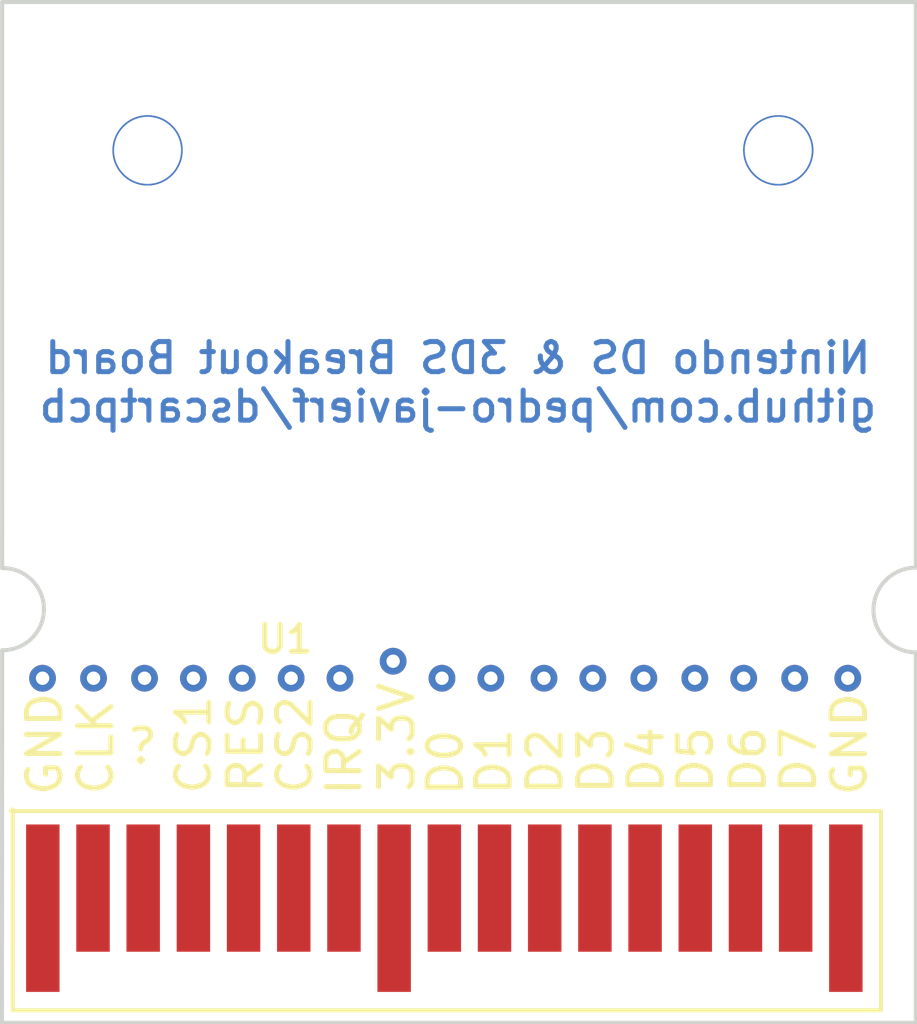
<source format=kicad_pcb>
(kicad_pcb (version 20171130) (host pcbnew "(5.1.5)-3")

  (general
    (thickness 1.6)
    (drawings 26)
    (tracks 19)
    (zones 0)
    (modules 1)
    (nets 18)
  )

  (page A4)
  (title_block
    (title "Nintendo DS Breakout Board")
    (date 2021-01-04)
    (rev 1.0)
    (company pedro-javierf)
    (comment 1 pedrojavier.com)
    (comment 2 "A breakout board for Nintendo DS/DSi/3DS exposing all signals")
  )

  (layers
    (0 F.Cu signal)
    (31 B.Cu signal)
    (32 B.Adhes user)
    (33 F.Adhes user)
    (34 B.Paste user)
    (35 F.Paste user)
    (36 B.SilkS user)
    (37 F.SilkS user)
    (38 B.Mask user)
    (39 F.Mask user)
    (40 Dwgs.User user)
    (41 Cmts.User user)
    (42 Eco1.User user)
    (43 Eco2.User user)
    (44 Edge.Cuts user)
    (45 Margin user)
    (46 B.CrtYd user)
    (47 F.CrtYd user)
    (48 B.Fab user)
    (49 F.Fab user hide)
  )

  (setup
    (last_trace_width 0.25)
    (trace_clearance 0.2)
    (zone_clearance 0.508)
    (zone_45_only no)
    (trace_min 0.2)
    (via_size 0.8)
    (via_drill 0.4)
    (via_min_size 0.4)
    (via_min_drill 0.3)
    (uvia_size 0.3)
    (uvia_drill 0.1)
    (uvias_allowed no)
    (uvia_min_size 0.2)
    (uvia_min_drill 0.1)
    (edge_width 0.05)
    (segment_width 0.2)
    (pcb_text_width 0.3)
    (pcb_text_size 1.5 1.5)
    (mod_edge_width 0.12)
    (mod_text_size 1 1)
    (mod_text_width 0.15)
    (pad_size 0.85 0.85)
    (pad_drill 0)
    (pad_to_mask_clearance 0.051)
    (solder_mask_min_width 0.25)
    (aux_axis_origin 0 0)
    (visible_elements 7FFFFFFF)
    (pcbplotparams
      (layerselection 0x010fc_ffffffff)
      (usegerberextensions false)
      (usegerberattributes false)
      (usegerberadvancedattributes false)
      (creategerberjobfile false)
      (excludeedgelayer true)
      (linewidth 0.100000)
      (plotframeref false)
      (viasonmask false)
      (mode 1)
      (useauxorigin false)
      (hpglpennumber 1)
      (hpglpenspeed 20)
      (hpglpendiameter 15.000000)
      (psnegative false)
      (psa4output false)
      (plotreference true)
      (plotvalue true)
      (plotinvisibletext false)
      (padsonsilk false)
      (subtractmaskfromsilk false)
      (outputformat 1)
      (mirror false)
      (drillshape 1)
      (scaleselection 1)
      (outputdirectory ""))
  )

  (net 0 "")
  (net 1 "Net-(J1-Pad1)")
  (net 2 "Net-(J1-Pad2)")
  (net 3 "Net-(J1-Pad3)")
  (net 4 "Net-(J1-Pad4)")
  (net 5 "Net-(J1-Pad5)")
  (net 6 "Net-(J1-Pad6)")
  (net 7 "Net-(J1-Pad7)")
  (net 8 "Net-(J1-Pad8)")
  (net 9 "Net-(J1-Pad9)")
  (net 10 "Net-(J1-Pad10)")
  (net 11 "Net-(J1-Pad11)")
  (net 12 "Net-(J1-Pad12)")
  (net 13 "Net-(J1-Pad13)")
  (net 14 "Net-(J1-Pad14)")
  (net 15 "Net-(J1-Pad15)")
  (net 16 "Net-(J1-Pad16)")
  (net 17 "Net-(J1-Pad17)")

  (net_class Default "Esta es la clase de red por defecto."
    (clearance 0.2)
    (trace_width 0.25)
    (via_dia 0.8)
    (via_drill 0.4)
    (uvia_dia 0.3)
    (uvia_drill 0.1)
    (add_net "Net-(J1-Pad1)")
    (add_net "Net-(J1-Pad10)")
    (add_net "Net-(J1-Pad11)")
    (add_net "Net-(J1-Pad12)")
    (add_net "Net-(J1-Pad13)")
    (add_net "Net-(J1-Pad14)")
    (add_net "Net-(J1-Pad15)")
    (add_net "Net-(J1-Pad16)")
    (add_net "Net-(J1-Pad17)")
    (add_net "Net-(J1-Pad2)")
    (add_net "Net-(J1-Pad3)")
    (add_net "Net-(J1-Pad4)")
    (add_net "Net-(J1-Pad5)")
    (add_net "Net-(J1-Pad6)")
    (add_net "Net-(J1-Pad7)")
    (add_net "Net-(J1-Pad8)")
    (add_net "Net-(J1-Pad9)")
  )

  (module Connector:nds_contact_pads (layer F.Cu) (tedit 5FF38DA4) (tstamp 5FF3E7D8)
    (at 92.770001 84.705)
    (descr "A footprint for the bottom pads of the NDS cartridge")
    (tags "nds nintendo ds 3ds dsi pads bottom cart card")
    (path /5FF2F120)
    (fp_text reference U1 (at 0.143199 -4.0854) (layer F.SilkS)
      (effects (font (size 0.8 0.8) (thickness 0.15)))
    )
    (fp_text value ndsPADS (at 5.019999 -5.33) (layer F.Fab)
      (effects (font (size 1 1) (thickness 0.15)))
    )
    (fp_line (start -8 1) (end -8 7) (layer F.SilkS) (width 0.12))
    (fp_line (start -8 7) (end 17.95 7) (layer F.SilkS) (width 0.12))
    (fp_line (start 17.95 7) (end 17.95 1.05) (layer F.SilkS) (width 0.12))
    (fp_line (start 17.95 1.05) (end -8.05 1.05) (layer F.SilkS) (width 0.12))
    (pad 1 smd rect (at -7.1 3.95) (size 1 5) (layers F.Cu F.Paste F.Mask)
      (net 1 "Net-(J1-Pad1)"))
    (pad 2 smd rect (at -5.6 3.35) (size 1 3.8) (layers F.Cu F.Paste F.Mask)
      (net 2 "Net-(J1-Pad2)"))
    (pad 4 smd rect (at -2.6 3.35) (size 1 3.8) (layers F.Cu F.Paste F.Mask)
      (net 4 "Net-(J1-Pad4)"))
    (pad 3 smd rect (at -4.1 3.35) (size 1 3.8) (layers F.Cu F.Paste F.Mask)
      (net 3 "Net-(J1-Pad3)"))
    (pad 7 smd rect (at 1.9 3.35) (size 1 3.8) (layers F.Cu F.Paste F.Mask)
      (net 7 "Net-(J1-Pad7)"))
    (pad 6 smd rect (at 0.4 3.35) (size 1 3.8) (layers F.Cu F.Paste F.Mask)
      (net 6 "Net-(J1-Pad6)"))
    (pad 5 smd rect (at -1.1 3.35) (size 1 3.8) (layers F.Cu F.Paste F.Mask)
      (net 5 "Net-(J1-Pad5)"))
    (pad 8 smd rect (at 3.4 3.95) (size 1 5) (layers F.Cu F.Paste F.Mask)
      (net 8 "Net-(J1-Pad8)"))
    (pad 11 smd rect (at 7.9 3.35) (size 1 3.8) (layers F.Cu F.Paste F.Mask)
      (net 11 "Net-(J1-Pad11)"))
    (pad 10 smd rect (at 6.4 3.35) (size 1 3.8) (layers F.Cu F.Paste F.Mask)
      (net 10 "Net-(J1-Pad10)"))
    (pad 12 smd rect (at 9.4 3.35) (size 1 3.8) (layers F.Cu F.Paste F.Mask)
      (net 12 "Net-(J1-Pad12)"))
    (pad 13 smd rect (at 10.9 3.35) (size 1 3.8) (layers F.Cu F.Paste F.Mask)
      (net 13 "Net-(J1-Pad13)"))
    (pad 14 smd rect (at 12.4 3.35) (size 1 3.8) (layers F.Cu F.Paste F.Mask)
      (net 14 "Net-(J1-Pad14)"))
    (pad 9 smd rect (at 4.9 3.35) (size 1 3.8) (layers F.Cu F.Paste F.Mask)
      (net 9 "Net-(J1-Pad9)"))
    (pad 16 smd rect (at 15.4 3.35) (size 1 3.8) (layers F.Cu F.Paste F.Mask)
      (net 16 "Net-(J1-Pad16)"))
    (pad 15 smd rect (at 13.9 3.35) (size 1 3.8) (layers F.Cu F.Paste F.Mask)
      (net 15 "Net-(J1-Pad15)"))
    (pad 17 smd rect (at 16.9 3.95) (size 1 5) (layers F.Cu F.Paste F.Mask)
      (net 17 "Net-(J1-Pad17)"))
  )

  (gr_text "Nintendo DS & 3DS Breakout Board\ngithub.com/pedro-javierf/dscartpcb" (at 98.075 72.95) (layer B.Cu)
    (effects (font (size 0.9 0.9) (thickness 0.15)) (justify mirror))
  )
  (gr_line (start 84.455 80.9498) (end 84.45 92.075) (layer Edge.Cuts) (width 0.12) (tstamp 5FF63DFE))
  (gr_arc (start 84.475 79.725) (end 84.455 80.9498) (angle -181.8343179) (layer Edge.Cuts) (width 0.12) (tstamp 5FF63CDD))
  (gr_line (start 111.76 78.486) (end 111.76 61.595) (layer Edge.Cuts) (width 0.12) (tstamp 5FF63C7C))
  (gr_arc (start 111.75 79.75) (end 111.76 78.486) (angle -180.9026615) (layer Edge.Cuts) (width 0.12) (tstamp 5FF63D8C))
  (gr_text D7 (at 108.25 84.225 90) (layer F.SilkS)
    (effects (font (size 1 1) (thickness 0.15)))
  )
  (gr_text D6 (at 106.75 84.225 90) (layer F.SilkS)
    (effects (font (size 1 1) (thickness 0.15)))
  )
  (gr_text D5 (at 105.175 84.225 90) (layer F.SilkS)
    (effects (font (size 1 1) (thickness 0.15)))
  )
  (gr_text D4 (at 103.7 84.225 90) (layer F.SilkS)
    (effects (font (size 1 1) (thickness 0.15)))
  )
  (gr_text D3 (at 102.2 84.25 90) (layer F.SilkS)
    (effects (font (size 1 1) (thickness 0.15)))
  )
  (gr_text D2 (at 100.675 84.275 90) (layer F.SilkS)
    (effects (font (size 1 1) (thickness 0.15)))
  )
  (gr_text D1 (at 99.15 84.275 90) (layer F.SilkS)
    (effects (font (size 1 1) (thickness 0.15)))
  )
  (gr_text D0 (at 97.7 84.3 90) (layer F.SilkS)
    (effects (font (size 1 1) (thickness 0.15)))
  )
  (gr_text 3.3V (at 96.25 83.55 90) (layer F.SilkS)
    (effects (font (size 1 1) (thickness 0.15)))
  )
  (gr_text IRQ (at 94.675 84 90) (layer F.SilkS)
    (effects (font (size 1 1) (thickness 0.15)))
  )
  (gr_text CS2 (at 93.2 83.775 90) (layer F.SilkS)
    (effects (font (size 1 1) (thickness 0.15)))
  )
  (gr_text RES (at 91.725 83.775 90) (layer F.SilkS)
    (effects (font (size 1 1) (thickness 0.15)))
  )
  (gr_text CS1 (at 90.175 83.775 90) (layer F.SilkS)
    (effects (font (size 1 1) (thickness 0.15)))
  )
  (gr_text ? (at 88.646 83.82) (layer F.SilkS)
    (effects (font (size 1 1) (thickness 0.15)))
  )
  (gr_text CLK (at 87.25 83.85 90) (layer F.SilkS)
    (effects (font (size 1 1) (thickness 0.15)))
  )
  (gr_text GND (at 109.775 83.7565 90) (layer F.SilkS)
    (effects (font (size 1 1) (thickness 0.15)))
  )
  (gr_text GND (at 85.725 83.75 90) (layer F.SilkS)
    (effects (font (size 1 1) (thickness 0.15)))
  )
  (gr_line (start 84.455 61.595) (end 84.455785 78.500187) (layer Edge.Cuts) (width 0.12))
  (gr_line (start 111.76 61.595) (end 84.455 61.595) (layer Edge.Cuts) (width 0.12))
  (gr_line (start 111.76 92.075) (end 111.759914 81.014001) (layer Edge.Cuts) (width 0.12))
  (gr_line (start 84.45 92.075) (end 111.76 92.075) (layer Edge.Cuts) (width 0.12))

  (via (at 85.6615 81.788) (size 0.8) (drill 0.4) (layers F.Cu B.Cu) (net 0))
  (via (at 87.1855 81.788) (size 0.8) (drill 0.4) (layers F.Cu B.Cu) (net 0))
  (via (at 88.7095 81.788) (size 0.8) (drill 0.4) (layers F.Cu B.Cu) (net 0))
  (via (at 90.17 81.788) (size 0.8) (drill 0.4) (layers F.Cu B.Cu) (net 0))
  (via (at 91.6305 81.788) (size 0.8) (drill 0.4) (layers F.Cu B.Cu) (net 0))
  (via (at 93.091 81.788) (size 0.8) (drill 0.4) (layers F.Cu B.Cu) (net 0))
  (via (at 94.5515 81.788) (size 0.8) (drill 0.4) (layers F.Cu B.Cu) (net 0))
  (via (at 96.139 81.28) (size 0.8) (drill 0.4) (layers F.Cu B.Cu) (net 0))
  (via (at 97.5995 81.788) (size 0.8) (drill 0.4) (layers F.Cu B.Cu) (net 0))
  (via (at 99.06 81.788) (size 0.8) (drill 0.4) (layers F.Cu B.Cu) (net 0))
  (via (at 100.6475 81.788) (size 0.8) (drill 0.4) (layers F.Cu B.Cu) (net 0))
  (via (at 102.108 81.788) (size 0.8) (drill 0.4) (layers F.Cu B.Cu) (net 0))
  (via (at 103.632 81.788) (size 0.8) (drill 0.4) (layers F.Cu B.Cu) (net 0))
  (via (at 105.156 81.788) (size 0.8) (drill 0.4) (layers F.Cu B.Cu) (net 0))
  (via (at 106.6165 81.788) (size 0.8) (drill 0.4) (layers F.Cu B.Cu) (net 0))
  (via (at 108.1405 81.788) (size 0.8) (drill 0.4) (layers F.Cu B.Cu) (net 0))
  (via (at 109.728 81.788) (size 0.8) (drill 0.4) (layers F.Cu B.Cu) (net 0))
  (via (at 107.65 66.025) (size 2.1) (drill 2) (layers F.Cu B.Cu) (net 0))
  (via (at 88.8 66.025) (size 2.1) (drill 2) (layers F.Cu B.Cu) (net 0) (tstamp 5FF63F8F))

)

</source>
